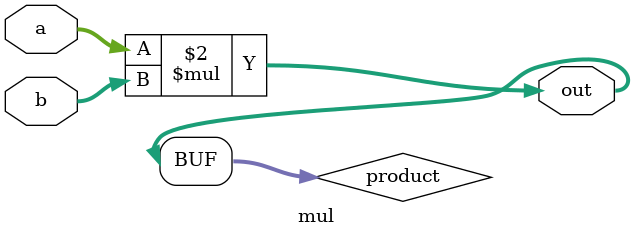
<source format=v>
`timescale 1ns / 1ps

module mul#(parameter WIDTH = 9)
(
    input signed [WIDTH - 1 : 0] a,
	input signed [WIDTH - 1 : 0] b,
    
	output wire signed [2 * WIDTH -1 : 0] out
);

reg [2 * WIDTH -1 : 0] product;

always@(*)
begin
	product <= a * b;
end

assign out = product;

endmodule

</source>
